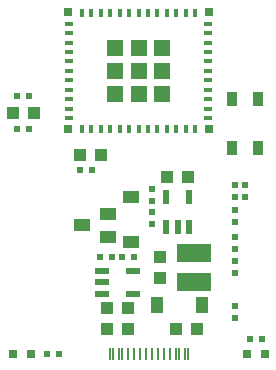
<source format=gbr>
G04 #@! TF.GenerationSoftware,KiCad,Pcbnew,5.1.6-c6e7f7d~87~ubuntu18.04.1*
G04 #@! TF.CreationDate,2022-06-29T16:43:55+03:00*
G04 #@! TF.ProjectId,ESP32-C3-DevKit-Lipo_Rev_A,45535033-322d-4433-932d-4465764b6974,A*
G04 #@! TF.SameCoordinates,Original*
G04 #@! TF.FileFunction,Paste,Top*
G04 #@! TF.FilePolarity,Positive*
%FSLAX46Y46*%
G04 Gerber Fmt 4.6, Leading zero omitted, Abs format (unit mm)*
G04 Created by KiCad (PCBNEW 5.1.6-c6e7f7d~87~ubuntu18.04.1) date 2022-06-29 16:43:55*
%MOMM*%
%LPD*%
G01*
G04 APERTURE LIST*
%ADD10R,0.550000X0.500000*%
%ADD11R,1.450000X1.450000*%
%ADD12R,0.400000X0.800000*%
%ADD13R,0.800000X0.400000*%
%ADD14R,0.700000X0.700000*%
%ADD15R,0.800000X0.800000*%
%ADD16R,1.016000X1.016000*%
%ADD17R,1.400000X1.000000*%
%ADD18R,3.000000X1.600000*%
%ADD19R,1.200000X0.550000*%
%ADD20R,1.000000X1.400000*%
%ADD21R,0.500000X0.550000*%
%ADD22R,0.904000X1.304000*%
%ADD23R,0.550000X1.200000*%
%ADD24R,0.280000X1.130000*%
%ADD25R,0.230000X1.130000*%
G04 APERTURE END LIST*
D10*
X151638000Y-92964000D03*
X151638000Y-93980000D03*
D11*
X143510000Y-81337000D03*
X145485000Y-83312000D03*
X141535000Y-83312000D03*
X141535000Y-81337000D03*
X145485000Y-81337000D03*
X141535000Y-85287000D03*
X145485000Y-85287000D03*
X143510000Y-83312000D03*
X143510000Y-85287000D03*
D12*
X139510000Y-78412000D03*
X140310000Y-78412000D03*
X141110000Y-78412000D03*
X141910000Y-78412000D03*
X142710000Y-78412000D03*
X143510000Y-78412000D03*
X144310000Y-78412000D03*
X145110000Y-78412000D03*
X145910000Y-78412000D03*
X146710000Y-78412000D03*
X147510000Y-78412000D03*
D13*
X149410000Y-80112000D03*
X149410000Y-80912000D03*
X149410000Y-81712000D03*
X149410000Y-82512000D03*
X149410000Y-83312000D03*
X149410000Y-84112000D03*
X149410000Y-84912000D03*
X149410000Y-85712000D03*
X149410000Y-86512000D03*
D12*
X147510000Y-88212000D03*
X146710000Y-88212000D03*
X145910000Y-88212000D03*
X145110000Y-88212000D03*
X144310000Y-88212000D03*
X143510000Y-88212000D03*
X142710000Y-88212000D03*
X141910000Y-88212000D03*
X141110000Y-88212000D03*
X140310000Y-88212000D03*
X139510000Y-88212000D03*
D13*
X137610000Y-86512000D03*
X137610000Y-85712000D03*
X137610000Y-84912000D03*
X137610000Y-84112000D03*
X137610000Y-83312000D03*
X137610000Y-82512000D03*
X137610000Y-81712000D03*
X137610000Y-80912000D03*
X137610000Y-80112000D03*
X149410000Y-79312000D03*
X149410000Y-87312000D03*
X137610000Y-87312000D03*
X137610000Y-79312000D03*
D12*
X148310000Y-88212000D03*
X148310000Y-78412000D03*
D14*
X137560000Y-78362000D03*
X137560000Y-88262000D03*
X149460000Y-78362000D03*
X149460000Y-88262000D03*
D12*
X138710000Y-78412000D03*
X138710000Y-88212000D03*
D15*
X134366000Y-107314999D03*
X132842000Y-107314999D03*
D16*
X145288000Y-99060000D03*
X145288000Y-100838000D03*
D17*
X140934440Y-97342960D03*
X140934440Y-95440500D03*
X138724640Y-96395540D03*
D18*
X148209000Y-101149000D03*
X148209000Y-98749000D03*
D19*
X140432000Y-100269000D03*
X140432000Y-101219000D03*
X140432000Y-102169000D03*
X143032000Y-100269000D03*
X143032000Y-102169000D03*
D20*
X148839000Y-103124000D03*
X145039000Y-103124000D03*
D17*
X142875000Y-97785000D03*
X142875000Y-93985000D03*
D16*
X140843000Y-103378000D03*
X142621000Y-103378000D03*
X140335000Y-90424000D03*
X138557000Y-90424000D03*
D21*
X140208000Y-99060000D03*
X141224000Y-99060000D03*
X136779000Y-107315000D03*
X135763000Y-107315000D03*
X143129000Y-99060000D03*
X142113000Y-99060000D03*
D10*
X151638000Y-95123000D03*
X151638000Y-96139000D03*
X151638000Y-99441000D03*
X151638000Y-100457000D03*
X151638000Y-97409000D03*
X151638000Y-98425000D03*
X144653000Y-96266000D03*
X144653000Y-95250000D03*
X144653000Y-93345000D03*
X144653000Y-94361000D03*
D21*
X138557000Y-91694000D03*
X139573000Y-91694000D03*
X153924000Y-106045000D03*
X152908000Y-106045000D03*
D10*
X151638000Y-103251000D03*
X151638000Y-104267000D03*
X152527000Y-93980000D03*
X152527000Y-92964000D03*
D16*
X145923000Y-92329001D03*
X147701000Y-92329001D03*
X134620000Y-86868000D03*
X132842000Y-86868000D03*
D21*
X134239000Y-85471000D03*
X133223000Y-85471000D03*
D15*
X154178000Y-107315000D03*
X152654000Y-107315000D03*
D16*
X148463000Y-105156000D03*
X146685000Y-105156000D03*
X142621000Y-105156000D03*
X140843000Y-105156000D03*
D21*
X134239000Y-88265000D03*
X133223000Y-88265000D03*
D22*
X151452000Y-89832000D03*
X151452000Y-85682000D03*
X153602000Y-89832000D03*
X153602000Y-85682000D03*
D23*
X147762000Y-93949999D03*
X145862000Y-93949999D03*
X147762000Y-96549999D03*
X146812000Y-96549999D03*
X145862000Y-96549999D03*
D24*
X147724000Y-107320000D03*
X141074000Y-107320000D03*
X147474000Y-107320000D03*
X141324000Y-107320000D03*
X146924000Y-107320000D03*
X141874000Y-107320000D03*
X146674000Y-107320000D03*
X142124000Y-107320000D03*
D25*
X144149000Y-107320000D03*
X145149000Y-107320000D03*
X145649000Y-107320000D03*
X144649000Y-107320000D03*
X146149000Y-107320000D03*
X143649000Y-107320000D03*
X143149000Y-107320000D03*
X142649000Y-107320000D03*
M02*

</source>
